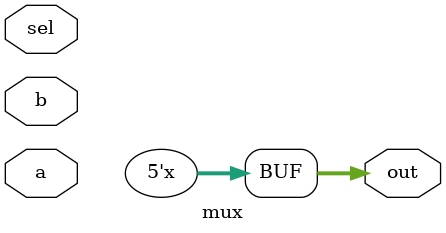
<source format=v>
module mux( 
input [4:0] a, b,
input sel,
output [4:0] out );
// When sel=0, assign a to out. 
// When sel=1, assign b to out.
not #(5) n (sel,w);
and g1(w[0], a[0], sel);
and g2(w[2], a[1], sel);
and g3(w[4], b[1], w[0]);
and g4(w[5], b[2], w[2]);
and g5(w[1], b[3], sel);
or g6(out[0], w[1], w[4]);
or g7(out[1], w[2], w[5]);
or g8(out[2], w[1], w[2]); 
or g9(out[3], w[5], w[3]);
or g10(out[4], w[4], w[3]);
endmodule

</source>
